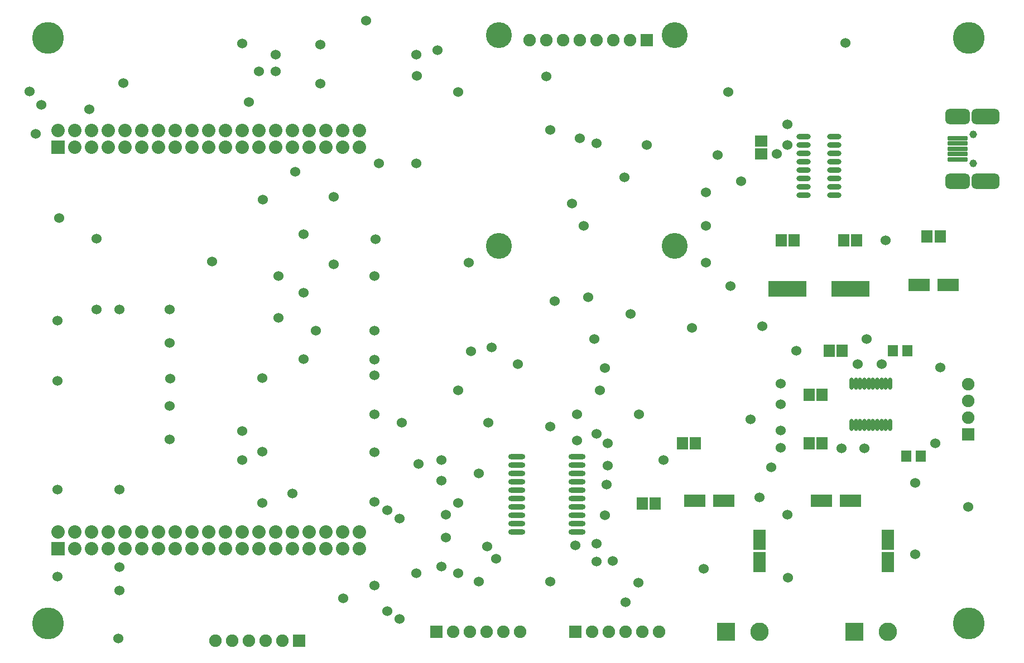
<source format=gts>
G04*
G04 #@! TF.GenerationSoftware,Altium Limited,Altium Designer,22.1.2 (22)*
G04*
G04 Layer_Color=8388736*
%FSLAX25Y25*%
%MOIN*%
G70*
G04*
G04 #@! TF.SameCoordinates,7B21E419-2DB3-41AA-89A7-F06F8FB5CF2D*
G04*
G04*
G04 #@! TF.FilePolarity,Negative*
G04*
G01*
G75*
%ADD16R,0.06906X0.07299*%
%ADD17O,0.08480X0.03362*%
%ADD18O,0.02772X0.07299*%
%ADD19R,0.05921X0.06709*%
%ADD20R,0.23047X0.09268*%
%ADD21R,0.07299X0.06906*%
%ADD22R,0.07693X0.12417*%
G04:AMPARAMS|DCode=23|XSize=147.8mil|YSize=90.71mil|CornerRadius=25.18mil|HoleSize=0mil|Usage=FLASHONLY|Rotation=0.000|XOffset=0mil|YOffset=0mil|HoleType=Round|Shape=RoundedRectangle|*
%AMROUNDEDRECTD23*
21,1,0.14780,0.04035,0,0,0.0*
21,1,0.09744,0.09071,0,0,0.0*
1,1,0.05035,0.04872,-0.02018*
1,1,0.05035,-0.04872,-0.02018*
1,1,0.05035,-0.04872,0.02018*
1,1,0.05035,0.04872,0.02018*
%
%ADD23ROUNDEDRECTD23*%
G04:AMPARAMS|DCode=24|XSize=167.48mil|YSize=90.71mil|CornerRadius=25.18mil|HoleSize=0mil|Usage=FLASHONLY|Rotation=0.000|XOffset=0mil|YOffset=0mil|HoleType=Round|Shape=RoundedRectangle|*
%AMROUNDEDRECTD24*
21,1,0.16748,0.04035,0,0,0.0*
21,1,0.11713,0.09071,0,0,0.0*
1,1,0.05035,0.05856,-0.02018*
1,1,0.05035,-0.05856,-0.02018*
1,1,0.05035,-0.05856,0.02018*
1,1,0.05035,0.05856,0.02018*
%
%ADD24ROUNDEDRECTD24*%
G04:AMPARAMS|DCode=25|XSize=147.8mil|YSize=90.71mil|CornerRadius=25.18mil|HoleSize=0mil|Usage=FLASHONLY|Rotation=0.000|XOffset=0mil|YOffset=0mil|HoleType=Round|Shape=RoundedRectangle|*
%AMROUNDEDRECTD25*
21,1,0.14780,0.04036,0,0,0.0*
21,1,0.09744,0.09071,0,0,0.0*
1,1,0.05035,0.04872,-0.02018*
1,1,0.05035,-0.04872,-0.02018*
1,1,0.05035,-0.04872,0.02018*
1,1,0.05035,0.04872,0.02018*
%
%ADD25ROUNDEDRECTD25*%
G04:AMPARAMS|DCode=26|XSize=120.24mil|YSize=29.69mil|CornerRadius=9.92mil|HoleSize=0mil|Usage=FLASHONLY|Rotation=0.000|XOffset=0mil|YOffset=0mil|HoleType=Round|Shape=RoundedRectangle|*
%AMROUNDEDRECTD26*
21,1,0.12024,0.00984,0,0,0.0*
21,1,0.10039,0.02969,0,0,0.0*
1,1,0.01984,0.05020,-0.00492*
1,1,0.01984,-0.05020,-0.00492*
1,1,0.01984,-0.05020,0.00492*
1,1,0.01984,0.05020,0.00492*
%
%ADD26ROUNDEDRECTD26*%
%ADD27R,0.12811X0.07299*%
%ADD28O,0.10055X0.03362*%
%ADD29C,0.08000*%
%ADD30R,0.08000X0.08000*%
%ADD31R,0.07500X0.07500*%
%ADD32C,0.07500*%
%ADD33C,0.15500*%
%ADD34C,0.04543*%
%ADD35R,0.11000X0.11000*%
%ADD36C,0.11000*%
%ADD37R,0.07500X0.07500*%
%ADD38C,0.06000*%
%ADD39C,0.19000*%
D16*
X487249Y132531D02*
D03*
X479572D02*
D03*
X550161Y256469D02*
D03*
X557838D02*
D03*
X508033Y254000D02*
D03*
X500356D02*
D03*
X470632D02*
D03*
X462955D02*
D03*
X491778Y188099D02*
D03*
X499455D02*
D03*
X479572Y161500D02*
D03*
X487250D02*
D03*
X411734Y132531D02*
D03*
X404056D02*
D03*
X387583Y96646D02*
D03*
X379906D02*
D03*
D17*
X476242Y316043D02*
D03*
Y311043D02*
D03*
Y306043D02*
D03*
Y301043D02*
D03*
Y296043D02*
D03*
Y291043D02*
D03*
Y286043D02*
D03*
Y281043D02*
D03*
X494746Y316043D02*
D03*
Y311043D02*
D03*
Y306043D02*
D03*
Y301043D02*
D03*
Y296043D02*
D03*
Y291043D02*
D03*
Y286043D02*
D03*
Y281043D02*
D03*
D18*
X504984Y143795D02*
D03*
X507543D02*
D03*
X510102D02*
D03*
X512661D02*
D03*
X515220D02*
D03*
X517779D02*
D03*
X520339D02*
D03*
X522898D02*
D03*
X525457D02*
D03*
X528016D02*
D03*
X504984Y168205D02*
D03*
X507543D02*
D03*
X510102D02*
D03*
X512661D02*
D03*
X515220D02*
D03*
X517779D02*
D03*
X520339D02*
D03*
X522898D02*
D03*
X525457D02*
D03*
X528016D02*
D03*
D19*
X537622Y125000D02*
D03*
X546480D02*
D03*
X529551Y188099D02*
D03*
X538410D02*
D03*
D20*
X466793Y225000D02*
D03*
X504195D02*
D03*
D21*
X451000Y313400D02*
D03*
Y305723D02*
D03*
D22*
X450000Y74890D02*
D03*
Y61701D02*
D03*
X526500Y61725D02*
D03*
Y74914D02*
D03*
D23*
X568248Y289272D02*
D03*
D24*
X584980D02*
D03*
Y328051D02*
D03*
D25*
X568248D02*
D03*
D26*
X568347Y305512D02*
D03*
Y302362D02*
D03*
Y311811D02*
D03*
Y314961D02*
D03*
Y308661D02*
D03*
D27*
X504277Y98403D02*
D03*
X486954D02*
D03*
X545339Y227468D02*
D03*
X562661D02*
D03*
X428761Y98469D02*
D03*
X411439D02*
D03*
D28*
X340913Y79500D02*
D03*
Y84500D02*
D03*
Y89500D02*
D03*
Y94500D02*
D03*
Y99500D02*
D03*
Y104500D02*
D03*
Y109500D02*
D03*
Y114500D02*
D03*
Y119500D02*
D03*
Y124500D02*
D03*
X305087Y79500D02*
D03*
Y84500D02*
D03*
Y89500D02*
D03*
Y94500D02*
D03*
Y99500D02*
D03*
Y104500D02*
D03*
Y109500D02*
D03*
Y114500D02*
D03*
Y119500D02*
D03*
Y124500D02*
D03*
D29*
X211000Y79500D02*
D03*
Y69500D02*
D03*
X201000Y79500D02*
D03*
Y69500D02*
D03*
X191000Y79500D02*
D03*
Y69500D02*
D03*
X181000Y79500D02*
D03*
Y69500D02*
D03*
X171000Y79500D02*
D03*
Y69500D02*
D03*
X161000Y79500D02*
D03*
Y69500D02*
D03*
X151000Y79500D02*
D03*
Y69500D02*
D03*
X141000Y79500D02*
D03*
Y69500D02*
D03*
X131000Y79500D02*
D03*
Y69500D02*
D03*
X121000Y79500D02*
D03*
Y69500D02*
D03*
X111000Y79500D02*
D03*
Y69500D02*
D03*
X101000Y79500D02*
D03*
Y69500D02*
D03*
X91000Y79500D02*
D03*
Y69500D02*
D03*
X81000Y79500D02*
D03*
Y69500D02*
D03*
X71000Y79500D02*
D03*
Y69500D02*
D03*
X61000Y79500D02*
D03*
Y69500D02*
D03*
X51000Y79500D02*
D03*
Y69500D02*
D03*
X41000Y79500D02*
D03*
Y69500D02*
D03*
X31000Y79500D02*
D03*
Y319500D02*
D03*
X41000Y309500D02*
D03*
Y319500D02*
D03*
X51000Y309500D02*
D03*
Y319500D02*
D03*
X61000Y309500D02*
D03*
Y319500D02*
D03*
X71000Y309500D02*
D03*
Y319500D02*
D03*
X81000Y309500D02*
D03*
Y319500D02*
D03*
X91000Y309500D02*
D03*
Y319500D02*
D03*
X101000Y309500D02*
D03*
Y319500D02*
D03*
X111000Y309500D02*
D03*
Y319500D02*
D03*
X121000Y309500D02*
D03*
Y319500D02*
D03*
X131000Y309500D02*
D03*
Y319500D02*
D03*
X141000Y309500D02*
D03*
Y319500D02*
D03*
X151000Y309500D02*
D03*
Y319500D02*
D03*
X161000Y309500D02*
D03*
Y319500D02*
D03*
X171000Y309500D02*
D03*
Y319500D02*
D03*
X181000Y309500D02*
D03*
Y319500D02*
D03*
X191000Y309500D02*
D03*
Y319500D02*
D03*
X201000Y309500D02*
D03*
Y319500D02*
D03*
X211000Y309500D02*
D03*
Y319500D02*
D03*
D30*
X31000Y69500D02*
D03*
Y309500D02*
D03*
D31*
X175000Y14500D02*
D03*
X382500Y373500D02*
D03*
X340000Y20000D02*
D03*
X257000D02*
D03*
D32*
X165000Y14500D02*
D03*
X155000D02*
D03*
X145000D02*
D03*
X135000D02*
D03*
X125000D02*
D03*
X372500Y373500D02*
D03*
X362500D02*
D03*
X352500D02*
D03*
X342500D02*
D03*
X332500D02*
D03*
X322500D02*
D03*
X312500D02*
D03*
X574500Y148000D02*
D03*
Y158000D02*
D03*
Y168000D02*
D03*
X390000Y20000D02*
D03*
X380000D02*
D03*
X370000D02*
D03*
X360000D02*
D03*
X350000D02*
D03*
X307000D02*
D03*
X297000D02*
D03*
X287000D02*
D03*
X277000D02*
D03*
X267000D02*
D03*
D33*
X294300Y250616D02*
D03*
X399418D02*
D03*
Y376600D02*
D03*
X294300D02*
D03*
D34*
X577500Y300000D02*
D03*
Y317323D02*
D03*
D35*
X506500Y20000D02*
D03*
X430000D02*
D03*
D36*
X526500D02*
D03*
X450000D02*
D03*
D37*
X574500Y138000D02*
D03*
D38*
X276249Y240575D02*
D03*
X215135Y385400D02*
D03*
X444501Y146945D02*
D03*
X574800Y94653D02*
D03*
X338100Y276000D02*
D03*
X122965Y241329D02*
D03*
X351428Y194846D02*
D03*
X416753Y57495D02*
D03*
X30500Y206071D02*
D03*
X67005Y16088D02*
D03*
X153110Y171759D02*
D03*
X220809Y254609D02*
D03*
X409667Y201691D02*
D03*
X466911Y52434D02*
D03*
X542839Y66327D02*
D03*
X525431Y254000D02*
D03*
X501300Y372000D02*
D03*
X431378Y342657D02*
D03*
X30500Y170100D02*
D03*
X98086Y171358D02*
D03*
X262500Y76338D02*
D03*
X282246Y114500D02*
D03*
X359416Y132531D02*
D03*
X358501Y107899D02*
D03*
X462500Y129935D02*
D03*
Y156000D02*
D03*
Y140235D02*
D03*
X466793Y323401D02*
D03*
X439100Y289400D02*
D03*
X417900Y262700D02*
D03*
Y282500D02*
D03*
Y240699D02*
D03*
X220000Y232500D02*
D03*
X292500Y63600D02*
D03*
X260113Y58971D02*
D03*
X270000Y55000D02*
D03*
X222500Y300000D02*
D03*
X220000Y127197D02*
D03*
Y150000D02*
D03*
Y182500D02*
D03*
Y173323D02*
D03*
X177500Y222500D02*
D03*
X195626Y239766D02*
D03*
X245000Y300000D02*
D03*
X152959Y127500D02*
D03*
Y96914D02*
D03*
X185000Y200000D02*
D03*
X67500Y105000D02*
D03*
Y58700D02*
D03*
X30700Y105000D02*
D03*
X97500Y192500D02*
D03*
X141000Y122500D02*
D03*
X195626Y280000D02*
D03*
X177500Y182999D02*
D03*
Y257500D02*
D03*
X53900Y255000D02*
D03*
Y212500D02*
D03*
X67500D02*
D03*
X97500D02*
D03*
Y155000D02*
D03*
X153276Y278315D02*
D03*
X13900Y342900D02*
D03*
X17500Y317500D02*
D03*
X21000Y335000D02*
D03*
X67500Y44500D02*
D03*
X30700Y53000D02*
D03*
X340000Y71700D02*
D03*
X466793Y89931D02*
D03*
X512661Y129677D02*
D03*
X542839Y108902D02*
D03*
X369241Y291629D02*
D03*
X372841Y210000D02*
D03*
X220000Y200000D02*
D03*
X270000Y342500D02*
D03*
X187500Y370914D02*
D03*
X151000Y355000D02*
D03*
X141000Y371500D02*
D03*
X70000Y347814D02*
D03*
X187500Y347500D02*
D03*
X282246Y49921D02*
D03*
X287197Y70853D02*
D03*
X236259Y145000D02*
D03*
X341090Y150000D02*
D03*
X352500Y138235D02*
D03*
X341090Y134414D02*
D03*
X324969Y142500D02*
D03*
X352500Y62059D02*
D03*
Y72500D02*
D03*
X260113Y110196D02*
D03*
X246236Y120324D02*
D03*
X161133Y365000D02*
D03*
X161000Y355000D02*
D03*
X145000Y336500D02*
D03*
X162500Y207500D02*
D03*
X290000Y190000D02*
D03*
X359416Y119147D02*
D03*
X357500Y89500D02*
D03*
X227500Y32200D02*
D03*
X235000Y27500D02*
D03*
X378031Y150000D02*
D03*
X377638Y49414D02*
D03*
X262500Y90086D02*
D03*
X270000Y96914D02*
D03*
X245000Y55000D02*
D03*
X288000Y145000D02*
D03*
X305579Y180000D02*
D03*
X352500Y311968D02*
D03*
X322500Y351914D02*
D03*
X257500Y367500D02*
D03*
X245000Y365000D02*
D03*
X245320Y352410D02*
D03*
X357500Y177500D02*
D03*
X325000Y320000D02*
D03*
X342500Y315000D02*
D03*
X172500Y295000D02*
D03*
X456835Y118154D02*
D03*
X432500Y226689D02*
D03*
X49586Y332270D02*
D03*
X270000Y164144D02*
D03*
X345000Y262500D02*
D03*
X513864Y195053D02*
D03*
X451586Y202500D02*
D03*
X347502Y220000D02*
D03*
X31513Y267186D02*
D03*
X162500Y232500D02*
D03*
X327500Y217500D02*
D03*
X462500Y168410D02*
D03*
X472108Y188099D02*
D03*
X354623Y164144D02*
D03*
X498962Y129677D02*
D03*
X508823Y180000D02*
D03*
X425000Y305000D02*
D03*
X460494Y305512D02*
D03*
X466793Y311043D02*
D03*
X171000Y102500D02*
D03*
X557838Y178086D02*
D03*
X522898Y180000D02*
D03*
X235000Y87500D02*
D03*
X227500Y92500D02*
D03*
X277500Y187500D02*
D03*
X370000Y37500D02*
D03*
X97500Y135000D02*
D03*
X392600Y122799D02*
D03*
X220100Y97500D02*
D03*
X201279Y40000D02*
D03*
X220000Y47500D02*
D03*
X324969Y49921D02*
D03*
X141000Y140000D02*
D03*
X362417Y62142D02*
D03*
X450064Y100159D02*
D03*
X554861Y132531D02*
D03*
X260000Y122500D02*
D03*
X382784Y311043D02*
D03*
D39*
X25000Y375000D02*
D03*
X575000D02*
D03*
Y25000D02*
D03*
X25000D02*
D03*
M02*

</source>
